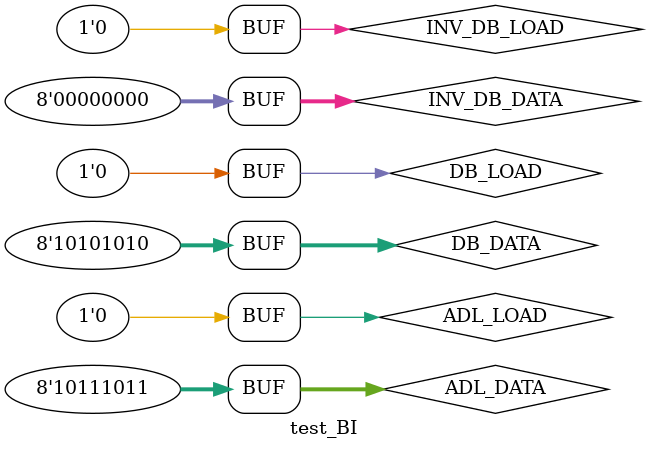
<source format=v>
`timescale 1ns / 1ps


module test_BI;

	// Inputs
	reg DB_LOAD;
	reg INV_DB_LOAD;
	reg ADL_LOAD;
	reg [7:0] ADL_DATA;
	reg [7:0] DB_DATA;
	reg [7:0] INV_DB_DATA;

	// Outputs
	wire [7:0] TO_ALU;

	// Instantiate the Unit Under Test (UUT)
	reg_BI uut (
		.DB_LOAD(DB_LOAD), 
		.INV_DB_LOAD(INV_DB_LOAD), 
		.ADL_LOAD(ADL_LOAD), 
		.ADL_DATA(ADL_DATA), 
		.DB_DATA(DB_DATA), 
		.INV_DB_DATA(INV_DB_DATA), 
		.TO_ALU(TO_ALU)
	);

	initial begin
		// Initialize Inputs
		DB_LOAD = 0;
		INV_DB_LOAD = 0;
		ADL_LOAD = 0;
		ADL_DATA = 0;
		DB_DATA = 0;
		INV_DB_DATA = 0;

		// Wait 100 ns for global reset to finish
		#100;
        
		// Add stimulus here
		$monitor($time, ": DB_LOAD_SIGNAL: %b, INV_DB_LOAD_SIGNAL: %b, ADL_LOAD_SIGNAL: %b, ADL_DATA: %h, DB_DATA: %h, OUTPUT: %h", DB_LOAD, INV_DB_LOAD, ADL_LOAD, ADL_DATA, DB_DATA, TO_ALU);
		#1;
		$display("Expected output: XX\n");
		
		DB_DATA = 8'hAA;
		ADL_DATA = 8'hBB;
		
		DB_LOAD = 1;
		#1;
		DB_LOAD = 0;
		#1
		$display("Expected output: AA\n");
		
		INV_DB_LOAD = 1;
		#1;
		INV_DB_LOAD = 0;
		#1;
		$display("Expected outpuy: 55\n");
		
		ADL_LOAD = 1;
		#1;
		ADL_LOAD = 0;
		#1;
		$display("Expected output: BB\n");
		
		

	end
      
endmodule


</source>
